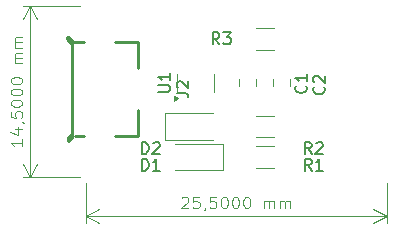
<source format=gbr>
%TF.GenerationSoftware,KiCad,Pcbnew,8.0.2*%
%TF.CreationDate,2025-07-12T13:28:42+07:00*%
%TF.ProjectId,Li-Ion Charger Controller,4c692d49-6f6e-4204-9368-617267657220,rev?*%
%TF.SameCoordinates,Original*%
%TF.FileFunction,Legend,Top*%
%TF.FilePolarity,Positive*%
%FSLAX46Y46*%
G04 Gerber Fmt 4.6, Leading zero omitted, Abs format (unit mm)*
G04 Created by KiCad (PCBNEW 8.0.2) date 2025-07-12 13:28:42*
%MOMM*%
%LPD*%
G01*
G04 APERTURE LIST*
%ADD10C,0.100000*%
%ADD11C,0.150000*%
%ADD12C,0.120000*%
%ADD13C,0.250000*%
G04 APERTURE END LIST*
D10*
X151930953Y-101552657D02*
X151978572Y-101505038D01*
X151978572Y-101505038D02*
X152073810Y-101457419D01*
X152073810Y-101457419D02*
X152311905Y-101457419D01*
X152311905Y-101457419D02*
X152407143Y-101505038D01*
X152407143Y-101505038D02*
X152454762Y-101552657D01*
X152454762Y-101552657D02*
X152502381Y-101647895D01*
X152502381Y-101647895D02*
X152502381Y-101743133D01*
X152502381Y-101743133D02*
X152454762Y-101885990D01*
X152454762Y-101885990D02*
X151883334Y-102457419D01*
X151883334Y-102457419D02*
X152502381Y-102457419D01*
X153407143Y-101457419D02*
X152930953Y-101457419D01*
X152930953Y-101457419D02*
X152883334Y-101933609D01*
X152883334Y-101933609D02*
X152930953Y-101885990D01*
X152930953Y-101885990D02*
X153026191Y-101838371D01*
X153026191Y-101838371D02*
X153264286Y-101838371D01*
X153264286Y-101838371D02*
X153359524Y-101885990D01*
X153359524Y-101885990D02*
X153407143Y-101933609D01*
X153407143Y-101933609D02*
X153454762Y-102028847D01*
X153454762Y-102028847D02*
X153454762Y-102266942D01*
X153454762Y-102266942D02*
X153407143Y-102362180D01*
X153407143Y-102362180D02*
X153359524Y-102409800D01*
X153359524Y-102409800D02*
X153264286Y-102457419D01*
X153264286Y-102457419D02*
X153026191Y-102457419D01*
X153026191Y-102457419D02*
X152930953Y-102409800D01*
X152930953Y-102409800D02*
X152883334Y-102362180D01*
X153930953Y-102409800D02*
X153930953Y-102457419D01*
X153930953Y-102457419D02*
X153883334Y-102552657D01*
X153883334Y-102552657D02*
X153835715Y-102600276D01*
X154835714Y-101457419D02*
X154359524Y-101457419D01*
X154359524Y-101457419D02*
X154311905Y-101933609D01*
X154311905Y-101933609D02*
X154359524Y-101885990D01*
X154359524Y-101885990D02*
X154454762Y-101838371D01*
X154454762Y-101838371D02*
X154692857Y-101838371D01*
X154692857Y-101838371D02*
X154788095Y-101885990D01*
X154788095Y-101885990D02*
X154835714Y-101933609D01*
X154835714Y-101933609D02*
X154883333Y-102028847D01*
X154883333Y-102028847D02*
X154883333Y-102266942D01*
X154883333Y-102266942D02*
X154835714Y-102362180D01*
X154835714Y-102362180D02*
X154788095Y-102409800D01*
X154788095Y-102409800D02*
X154692857Y-102457419D01*
X154692857Y-102457419D02*
X154454762Y-102457419D01*
X154454762Y-102457419D02*
X154359524Y-102409800D01*
X154359524Y-102409800D02*
X154311905Y-102362180D01*
X155502381Y-101457419D02*
X155597619Y-101457419D01*
X155597619Y-101457419D02*
X155692857Y-101505038D01*
X155692857Y-101505038D02*
X155740476Y-101552657D01*
X155740476Y-101552657D02*
X155788095Y-101647895D01*
X155788095Y-101647895D02*
X155835714Y-101838371D01*
X155835714Y-101838371D02*
X155835714Y-102076466D01*
X155835714Y-102076466D02*
X155788095Y-102266942D01*
X155788095Y-102266942D02*
X155740476Y-102362180D01*
X155740476Y-102362180D02*
X155692857Y-102409800D01*
X155692857Y-102409800D02*
X155597619Y-102457419D01*
X155597619Y-102457419D02*
X155502381Y-102457419D01*
X155502381Y-102457419D02*
X155407143Y-102409800D01*
X155407143Y-102409800D02*
X155359524Y-102362180D01*
X155359524Y-102362180D02*
X155311905Y-102266942D01*
X155311905Y-102266942D02*
X155264286Y-102076466D01*
X155264286Y-102076466D02*
X155264286Y-101838371D01*
X155264286Y-101838371D02*
X155311905Y-101647895D01*
X155311905Y-101647895D02*
X155359524Y-101552657D01*
X155359524Y-101552657D02*
X155407143Y-101505038D01*
X155407143Y-101505038D02*
X155502381Y-101457419D01*
X156454762Y-101457419D02*
X156550000Y-101457419D01*
X156550000Y-101457419D02*
X156645238Y-101505038D01*
X156645238Y-101505038D02*
X156692857Y-101552657D01*
X156692857Y-101552657D02*
X156740476Y-101647895D01*
X156740476Y-101647895D02*
X156788095Y-101838371D01*
X156788095Y-101838371D02*
X156788095Y-102076466D01*
X156788095Y-102076466D02*
X156740476Y-102266942D01*
X156740476Y-102266942D02*
X156692857Y-102362180D01*
X156692857Y-102362180D02*
X156645238Y-102409800D01*
X156645238Y-102409800D02*
X156550000Y-102457419D01*
X156550000Y-102457419D02*
X156454762Y-102457419D01*
X156454762Y-102457419D02*
X156359524Y-102409800D01*
X156359524Y-102409800D02*
X156311905Y-102362180D01*
X156311905Y-102362180D02*
X156264286Y-102266942D01*
X156264286Y-102266942D02*
X156216667Y-102076466D01*
X156216667Y-102076466D02*
X156216667Y-101838371D01*
X156216667Y-101838371D02*
X156264286Y-101647895D01*
X156264286Y-101647895D02*
X156311905Y-101552657D01*
X156311905Y-101552657D02*
X156359524Y-101505038D01*
X156359524Y-101505038D02*
X156454762Y-101457419D01*
X157407143Y-101457419D02*
X157502381Y-101457419D01*
X157502381Y-101457419D02*
X157597619Y-101505038D01*
X157597619Y-101505038D02*
X157645238Y-101552657D01*
X157645238Y-101552657D02*
X157692857Y-101647895D01*
X157692857Y-101647895D02*
X157740476Y-101838371D01*
X157740476Y-101838371D02*
X157740476Y-102076466D01*
X157740476Y-102076466D02*
X157692857Y-102266942D01*
X157692857Y-102266942D02*
X157645238Y-102362180D01*
X157645238Y-102362180D02*
X157597619Y-102409800D01*
X157597619Y-102409800D02*
X157502381Y-102457419D01*
X157502381Y-102457419D02*
X157407143Y-102457419D01*
X157407143Y-102457419D02*
X157311905Y-102409800D01*
X157311905Y-102409800D02*
X157264286Y-102362180D01*
X157264286Y-102362180D02*
X157216667Y-102266942D01*
X157216667Y-102266942D02*
X157169048Y-102076466D01*
X157169048Y-102076466D02*
X157169048Y-101838371D01*
X157169048Y-101838371D02*
X157216667Y-101647895D01*
X157216667Y-101647895D02*
X157264286Y-101552657D01*
X157264286Y-101552657D02*
X157311905Y-101505038D01*
X157311905Y-101505038D02*
X157407143Y-101457419D01*
X158930953Y-102457419D02*
X158930953Y-101790752D01*
X158930953Y-101885990D02*
X158978572Y-101838371D01*
X158978572Y-101838371D02*
X159073810Y-101790752D01*
X159073810Y-101790752D02*
X159216667Y-101790752D01*
X159216667Y-101790752D02*
X159311905Y-101838371D01*
X159311905Y-101838371D02*
X159359524Y-101933609D01*
X159359524Y-101933609D02*
X159359524Y-102457419D01*
X159359524Y-101933609D02*
X159407143Y-101838371D01*
X159407143Y-101838371D02*
X159502381Y-101790752D01*
X159502381Y-101790752D02*
X159645238Y-101790752D01*
X159645238Y-101790752D02*
X159740477Y-101838371D01*
X159740477Y-101838371D02*
X159788096Y-101933609D01*
X159788096Y-101933609D02*
X159788096Y-102457419D01*
X160264286Y-102457419D02*
X160264286Y-101790752D01*
X160264286Y-101885990D02*
X160311905Y-101838371D01*
X160311905Y-101838371D02*
X160407143Y-101790752D01*
X160407143Y-101790752D02*
X160550000Y-101790752D01*
X160550000Y-101790752D02*
X160645238Y-101838371D01*
X160645238Y-101838371D02*
X160692857Y-101933609D01*
X160692857Y-101933609D02*
X160692857Y-102457419D01*
X160692857Y-101933609D02*
X160740476Y-101838371D01*
X160740476Y-101838371D02*
X160835714Y-101790752D01*
X160835714Y-101790752D02*
X160978571Y-101790752D01*
X160978571Y-101790752D02*
X161073810Y-101838371D01*
X161073810Y-101838371D02*
X161121429Y-101933609D01*
X161121429Y-101933609D02*
X161121429Y-102457419D01*
X169300000Y-100300000D02*
X169300000Y-103686420D01*
X143800000Y-100300000D02*
X143800000Y-103686420D01*
X169300000Y-103100000D02*
X143800000Y-103100000D01*
X169300000Y-103100000D02*
X143800000Y-103100000D01*
X169300000Y-103100000D02*
X168173496Y-103686421D01*
X169300000Y-103100000D02*
X168173496Y-102513579D01*
X143800000Y-103100000D02*
X144926504Y-102513579D01*
X143800000Y-103100000D02*
X144926504Y-103686421D01*
X138457419Y-96597618D02*
X138457419Y-97169046D01*
X138457419Y-96883332D02*
X137457419Y-96883332D01*
X137457419Y-96883332D02*
X137600276Y-96978570D01*
X137600276Y-96978570D02*
X137695514Y-97073808D01*
X137695514Y-97073808D02*
X137743133Y-97169046D01*
X137790752Y-95740475D02*
X138457419Y-95740475D01*
X137409800Y-95978570D02*
X138124085Y-96216665D01*
X138124085Y-96216665D02*
X138124085Y-95597618D01*
X138409800Y-95169046D02*
X138457419Y-95169046D01*
X138457419Y-95169046D02*
X138552657Y-95216665D01*
X138552657Y-95216665D02*
X138600276Y-95264284D01*
X137457419Y-94264285D02*
X137457419Y-94740475D01*
X137457419Y-94740475D02*
X137933609Y-94788094D01*
X137933609Y-94788094D02*
X137885990Y-94740475D01*
X137885990Y-94740475D02*
X137838371Y-94645237D01*
X137838371Y-94645237D02*
X137838371Y-94407142D01*
X137838371Y-94407142D02*
X137885990Y-94311904D01*
X137885990Y-94311904D02*
X137933609Y-94264285D01*
X137933609Y-94264285D02*
X138028847Y-94216666D01*
X138028847Y-94216666D02*
X138266942Y-94216666D01*
X138266942Y-94216666D02*
X138362180Y-94264285D01*
X138362180Y-94264285D02*
X138409800Y-94311904D01*
X138409800Y-94311904D02*
X138457419Y-94407142D01*
X138457419Y-94407142D02*
X138457419Y-94645237D01*
X138457419Y-94645237D02*
X138409800Y-94740475D01*
X138409800Y-94740475D02*
X138362180Y-94788094D01*
X137457419Y-93597618D02*
X137457419Y-93502380D01*
X137457419Y-93502380D02*
X137505038Y-93407142D01*
X137505038Y-93407142D02*
X137552657Y-93359523D01*
X137552657Y-93359523D02*
X137647895Y-93311904D01*
X137647895Y-93311904D02*
X137838371Y-93264285D01*
X137838371Y-93264285D02*
X138076466Y-93264285D01*
X138076466Y-93264285D02*
X138266942Y-93311904D01*
X138266942Y-93311904D02*
X138362180Y-93359523D01*
X138362180Y-93359523D02*
X138409800Y-93407142D01*
X138409800Y-93407142D02*
X138457419Y-93502380D01*
X138457419Y-93502380D02*
X138457419Y-93597618D01*
X138457419Y-93597618D02*
X138409800Y-93692856D01*
X138409800Y-93692856D02*
X138362180Y-93740475D01*
X138362180Y-93740475D02*
X138266942Y-93788094D01*
X138266942Y-93788094D02*
X138076466Y-93835713D01*
X138076466Y-93835713D02*
X137838371Y-93835713D01*
X137838371Y-93835713D02*
X137647895Y-93788094D01*
X137647895Y-93788094D02*
X137552657Y-93740475D01*
X137552657Y-93740475D02*
X137505038Y-93692856D01*
X137505038Y-93692856D02*
X137457419Y-93597618D01*
X137457419Y-92645237D02*
X137457419Y-92549999D01*
X137457419Y-92549999D02*
X137505038Y-92454761D01*
X137505038Y-92454761D02*
X137552657Y-92407142D01*
X137552657Y-92407142D02*
X137647895Y-92359523D01*
X137647895Y-92359523D02*
X137838371Y-92311904D01*
X137838371Y-92311904D02*
X138076466Y-92311904D01*
X138076466Y-92311904D02*
X138266942Y-92359523D01*
X138266942Y-92359523D02*
X138362180Y-92407142D01*
X138362180Y-92407142D02*
X138409800Y-92454761D01*
X138409800Y-92454761D02*
X138457419Y-92549999D01*
X138457419Y-92549999D02*
X138457419Y-92645237D01*
X138457419Y-92645237D02*
X138409800Y-92740475D01*
X138409800Y-92740475D02*
X138362180Y-92788094D01*
X138362180Y-92788094D02*
X138266942Y-92835713D01*
X138266942Y-92835713D02*
X138076466Y-92883332D01*
X138076466Y-92883332D02*
X137838371Y-92883332D01*
X137838371Y-92883332D02*
X137647895Y-92835713D01*
X137647895Y-92835713D02*
X137552657Y-92788094D01*
X137552657Y-92788094D02*
X137505038Y-92740475D01*
X137505038Y-92740475D02*
X137457419Y-92645237D01*
X137457419Y-91692856D02*
X137457419Y-91597618D01*
X137457419Y-91597618D02*
X137505038Y-91502380D01*
X137505038Y-91502380D02*
X137552657Y-91454761D01*
X137552657Y-91454761D02*
X137647895Y-91407142D01*
X137647895Y-91407142D02*
X137838371Y-91359523D01*
X137838371Y-91359523D02*
X138076466Y-91359523D01*
X138076466Y-91359523D02*
X138266942Y-91407142D01*
X138266942Y-91407142D02*
X138362180Y-91454761D01*
X138362180Y-91454761D02*
X138409800Y-91502380D01*
X138409800Y-91502380D02*
X138457419Y-91597618D01*
X138457419Y-91597618D02*
X138457419Y-91692856D01*
X138457419Y-91692856D02*
X138409800Y-91788094D01*
X138409800Y-91788094D02*
X138362180Y-91835713D01*
X138362180Y-91835713D02*
X138266942Y-91883332D01*
X138266942Y-91883332D02*
X138076466Y-91930951D01*
X138076466Y-91930951D02*
X137838371Y-91930951D01*
X137838371Y-91930951D02*
X137647895Y-91883332D01*
X137647895Y-91883332D02*
X137552657Y-91835713D01*
X137552657Y-91835713D02*
X137505038Y-91788094D01*
X137505038Y-91788094D02*
X137457419Y-91692856D01*
X138457419Y-90169046D02*
X137790752Y-90169046D01*
X137885990Y-90169046D02*
X137838371Y-90121427D01*
X137838371Y-90121427D02*
X137790752Y-90026189D01*
X137790752Y-90026189D02*
X137790752Y-89883332D01*
X137790752Y-89883332D02*
X137838371Y-89788094D01*
X137838371Y-89788094D02*
X137933609Y-89740475D01*
X137933609Y-89740475D02*
X138457419Y-89740475D01*
X137933609Y-89740475D02*
X137838371Y-89692856D01*
X137838371Y-89692856D02*
X137790752Y-89597618D01*
X137790752Y-89597618D02*
X137790752Y-89454761D01*
X137790752Y-89454761D02*
X137838371Y-89359522D01*
X137838371Y-89359522D02*
X137933609Y-89311903D01*
X137933609Y-89311903D02*
X138457419Y-89311903D01*
X138457419Y-88835713D02*
X137790752Y-88835713D01*
X137885990Y-88835713D02*
X137838371Y-88788094D01*
X137838371Y-88788094D02*
X137790752Y-88692856D01*
X137790752Y-88692856D02*
X137790752Y-88549999D01*
X137790752Y-88549999D02*
X137838371Y-88454761D01*
X137838371Y-88454761D02*
X137933609Y-88407142D01*
X137933609Y-88407142D02*
X138457419Y-88407142D01*
X137933609Y-88407142D02*
X137838371Y-88359523D01*
X137838371Y-88359523D02*
X137790752Y-88264285D01*
X137790752Y-88264285D02*
X137790752Y-88121428D01*
X137790752Y-88121428D02*
X137838371Y-88026189D01*
X137838371Y-88026189D02*
X137933609Y-87978570D01*
X137933609Y-87978570D02*
X138457419Y-87978570D01*
X143300000Y-85300000D02*
X138513580Y-85300000D01*
X143300000Y-99800000D02*
X138513580Y-99800000D01*
X139100000Y-85300000D02*
X139100000Y-99800000D01*
X139100000Y-85300000D02*
X139100000Y-99800000D01*
X139100000Y-85300000D02*
X139686421Y-86426504D01*
X139100000Y-85300000D02*
X138513579Y-86426504D01*
X139100000Y-99800000D02*
X138513579Y-98673496D01*
X139100000Y-99800000D02*
X139686421Y-98673496D01*
D11*
X162459580Y-92066666D02*
X162507200Y-92114285D01*
X162507200Y-92114285D02*
X162554819Y-92257142D01*
X162554819Y-92257142D02*
X162554819Y-92352380D01*
X162554819Y-92352380D02*
X162507200Y-92495237D01*
X162507200Y-92495237D02*
X162411961Y-92590475D01*
X162411961Y-92590475D02*
X162316723Y-92638094D01*
X162316723Y-92638094D02*
X162126247Y-92685713D01*
X162126247Y-92685713D02*
X161983390Y-92685713D01*
X161983390Y-92685713D02*
X161792914Y-92638094D01*
X161792914Y-92638094D02*
X161697676Y-92590475D01*
X161697676Y-92590475D02*
X161602438Y-92495237D01*
X161602438Y-92495237D02*
X161554819Y-92352380D01*
X161554819Y-92352380D02*
X161554819Y-92257142D01*
X161554819Y-92257142D02*
X161602438Y-92114285D01*
X161602438Y-92114285D02*
X161650057Y-92066666D01*
X162554819Y-91114285D02*
X162554819Y-91685713D01*
X162554819Y-91399999D02*
X161554819Y-91399999D01*
X161554819Y-91399999D02*
X161697676Y-91495237D01*
X161697676Y-91495237D02*
X161792914Y-91590475D01*
X161792914Y-91590475D02*
X161840533Y-91685713D01*
X149954819Y-92599404D02*
X150764342Y-92599404D01*
X150764342Y-92599404D02*
X150859580Y-92551785D01*
X150859580Y-92551785D02*
X150907200Y-92504166D01*
X150907200Y-92504166D02*
X150954819Y-92408928D01*
X150954819Y-92408928D02*
X150954819Y-92218452D01*
X150954819Y-92218452D02*
X150907200Y-92123214D01*
X150907200Y-92123214D02*
X150859580Y-92075595D01*
X150859580Y-92075595D02*
X150764342Y-92027976D01*
X150764342Y-92027976D02*
X149954819Y-92027976D01*
X150954819Y-91027976D02*
X150954819Y-91599404D01*
X150954819Y-91313690D02*
X149954819Y-91313690D01*
X149954819Y-91313690D02*
X150097676Y-91408928D01*
X150097676Y-91408928D02*
X150192914Y-91504166D01*
X150192914Y-91504166D02*
X150240533Y-91599404D01*
X148561905Y-99254819D02*
X148561905Y-98254819D01*
X148561905Y-98254819D02*
X148800000Y-98254819D01*
X148800000Y-98254819D02*
X148942857Y-98302438D01*
X148942857Y-98302438D02*
X149038095Y-98397676D01*
X149038095Y-98397676D02*
X149085714Y-98492914D01*
X149085714Y-98492914D02*
X149133333Y-98683390D01*
X149133333Y-98683390D02*
X149133333Y-98826247D01*
X149133333Y-98826247D02*
X149085714Y-99016723D01*
X149085714Y-99016723D02*
X149038095Y-99111961D01*
X149038095Y-99111961D02*
X148942857Y-99207200D01*
X148942857Y-99207200D02*
X148800000Y-99254819D01*
X148800000Y-99254819D02*
X148561905Y-99254819D01*
X150085714Y-99254819D02*
X149514286Y-99254819D01*
X149800000Y-99254819D02*
X149800000Y-98254819D01*
X149800000Y-98254819D02*
X149704762Y-98397676D01*
X149704762Y-98397676D02*
X149609524Y-98492914D01*
X149609524Y-98492914D02*
X149514286Y-98540533D01*
X162933333Y-99254819D02*
X162600000Y-98778628D01*
X162361905Y-99254819D02*
X162361905Y-98254819D01*
X162361905Y-98254819D02*
X162742857Y-98254819D01*
X162742857Y-98254819D02*
X162838095Y-98302438D01*
X162838095Y-98302438D02*
X162885714Y-98350057D01*
X162885714Y-98350057D02*
X162933333Y-98445295D01*
X162933333Y-98445295D02*
X162933333Y-98588152D01*
X162933333Y-98588152D02*
X162885714Y-98683390D01*
X162885714Y-98683390D02*
X162838095Y-98731009D01*
X162838095Y-98731009D02*
X162742857Y-98778628D01*
X162742857Y-98778628D02*
X162361905Y-98778628D01*
X163885714Y-99254819D02*
X163314286Y-99254819D01*
X163600000Y-99254819D02*
X163600000Y-98254819D01*
X163600000Y-98254819D02*
X163504762Y-98397676D01*
X163504762Y-98397676D02*
X163409524Y-98492914D01*
X163409524Y-98492914D02*
X163314286Y-98540533D01*
X163959580Y-92166666D02*
X164007200Y-92214285D01*
X164007200Y-92214285D02*
X164054819Y-92357142D01*
X164054819Y-92357142D02*
X164054819Y-92452380D01*
X164054819Y-92452380D02*
X164007200Y-92595237D01*
X164007200Y-92595237D02*
X163911961Y-92690475D01*
X163911961Y-92690475D02*
X163816723Y-92738094D01*
X163816723Y-92738094D02*
X163626247Y-92785713D01*
X163626247Y-92785713D02*
X163483390Y-92785713D01*
X163483390Y-92785713D02*
X163292914Y-92738094D01*
X163292914Y-92738094D02*
X163197676Y-92690475D01*
X163197676Y-92690475D02*
X163102438Y-92595237D01*
X163102438Y-92595237D02*
X163054819Y-92452380D01*
X163054819Y-92452380D02*
X163054819Y-92357142D01*
X163054819Y-92357142D02*
X163102438Y-92214285D01*
X163102438Y-92214285D02*
X163150057Y-92166666D01*
X163150057Y-91785713D02*
X163102438Y-91738094D01*
X163102438Y-91738094D02*
X163054819Y-91642856D01*
X163054819Y-91642856D02*
X163054819Y-91404761D01*
X163054819Y-91404761D02*
X163102438Y-91309523D01*
X163102438Y-91309523D02*
X163150057Y-91261904D01*
X163150057Y-91261904D02*
X163245295Y-91214285D01*
X163245295Y-91214285D02*
X163340533Y-91214285D01*
X163340533Y-91214285D02*
X163483390Y-91261904D01*
X163483390Y-91261904D02*
X164054819Y-91833332D01*
X164054819Y-91833332D02*
X164054819Y-91214285D01*
X155133333Y-88554819D02*
X154800000Y-88078628D01*
X154561905Y-88554819D02*
X154561905Y-87554819D01*
X154561905Y-87554819D02*
X154942857Y-87554819D01*
X154942857Y-87554819D02*
X155038095Y-87602438D01*
X155038095Y-87602438D02*
X155085714Y-87650057D01*
X155085714Y-87650057D02*
X155133333Y-87745295D01*
X155133333Y-87745295D02*
X155133333Y-87888152D01*
X155133333Y-87888152D02*
X155085714Y-87983390D01*
X155085714Y-87983390D02*
X155038095Y-88031009D01*
X155038095Y-88031009D02*
X154942857Y-88078628D01*
X154942857Y-88078628D02*
X154561905Y-88078628D01*
X155466667Y-87554819D02*
X156085714Y-87554819D01*
X156085714Y-87554819D02*
X155752381Y-87935771D01*
X155752381Y-87935771D02*
X155895238Y-87935771D01*
X155895238Y-87935771D02*
X155990476Y-87983390D01*
X155990476Y-87983390D02*
X156038095Y-88031009D01*
X156038095Y-88031009D02*
X156085714Y-88126247D01*
X156085714Y-88126247D02*
X156085714Y-88364342D01*
X156085714Y-88364342D02*
X156038095Y-88459580D01*
X156038095Y-88459580D02*
X155990476Y-88507200D01*
X155990476Y-88507200D02*
X155895238Y-88554819D01*
X155895238Y-88554819D02*
X155609524Y-88554819D01*
X155609524Y-88554819D02*
X155514286Y-88507200D01*
X155514286Y-88507200D02*
X155466667Y-88459580D01*
X148561905Y-97854819D02*
X148561905Y-96854819D01*
X148561905Y-96854819D02*
X148800000Y-96854819D01*
X148800000Y-96854819D02*
X148942857Y-96902438D01*
X148942857Y-96902438D02*
X149038095Y-96997676D01*
X149038095Y-96997676D02*
X149085714Y-97092914D01*
X149085714Y-97092914D02*
X149133333Y-97283390D01*
X149133333Y-97283390D02*
X149133333Y-97426247D01*
X149133333Y-97426247D02*
X149085714Y-97616723D01*
X149085714Y-97616723D02*
X149038095Y-97711961D01*
X149038095Y-97711961D02*
X148942857Y-97807200D01*
X148942857Y-97807200D02*
X148800000Y-97854819D01*
X148800000Y-97854819D02*
X148561905Y-97854819D01*
X149514286Y-96950057D02*
X149561905Y-96902438D01*
X149561905Y-96902438D02*
X149657143Y-96854819D01*
X149657143Y-96854819D02*
X149895238Y-96854819D01*
X149895238Y-96854819D02*
X149990476Y-96902438D01*
X149990476Y-96902438D02*
X150038095Y-96950057D01*
X150038095Y-96950057D02*
X150085714Y-97045295D01*
X150085714Y-97045295D02*
X150085714Y-97140533D01*
X150085714Y-97140533D02*
X150038095Y-97283390D01*
X150038095Y-97283390D02*
X149466667Y-97854819D01*
X149466667Y-97854819D02*
X150085714Y-97854819D01*
X162933333Y-97854819D02*
X162600000Y-97378628D01*
X162361905Y-97854819D02*
X162361905Y-96854819D01*
X162361905Y-96854819D02*
X162742857Y-96854819D01*
X162742857Y-96854819D02*
X162838095Y-96902438D01*
X162838095Y-96902438D02*
X162885714Y-96950057D01*
X162885714Y-96950057D02*
X162933333Y-97045295D01*
X162933333Y-97045295D02*
X162933333Y-97188152D01*
X162933333Y-97188152D02*
X162885714Y-97283390D01*
X162885714Y-97283390D02*
X162838095Y-97331009D01*
X162838095Y-97331009D02*
X162742857Y-97378628D01*
X162742857Y-97378628D02*
X162361905Y-97378628D01*
X163314286Y-96950057D02*
X163361905Y-96902438D01*
X163361905Y-96902438D02*
X163457143Y-96854819D01*
X163457143Y-96854819D02*
X163695238Y-96854819D01*
X163695238Y-96854819D02*
X163790476Y-96902438D01*
X163790476Y-96902438D02*
X163838095Y-96950057D01*
X163838095Y-96950057D02*
X163885714Y-97045295D01*
X163885714Y-97045295D02*
X163885714Y-97140533D01*
X163885714Y-97140533D02*
X163838095Y-97283390D01*
X163838095Y-97283390D02*
X163266667Y-97854819D01*
X163266667Y-97854819D02*
X163885714Y-97854819D01*
X151512319Y-92683333D02*
X152226604Y-92683333D01*
X152226604Y-92683333D02*
X152369461Y-92730952D01*
X152369461Y-92730952D02*
X152464700Y-92826190D01*
X152464700Y-92826190D02*
X152512319Y-92969047D01*
X152512319Y-92969047D02*
X152512319Y-93064285D01*
X151607557Y-92254761D02*
X151559938Y-92207142D01*
X151559938Y-92207142D02*
X151512319Y-92111904D01*
X151512319Y-92111904D02*
X151512319Y-91873809D01*
X151512319Y-91873809D02*
X151559938Y-91778571D01*
X151559938Y-91778571D02*
X151607557Y-91730952D01*
X151607557Y-91730952D02*
X151702795Y-91683333D01*
X151702795Y-91683333D02*
X151798033Y-91683333D01*
X151798033Y-91683333D02*
X151940890Y-91730952D01*
X151940890Y-91730952D02*
X152512319Y-92302380D01*
X152512319Y-92302380D02*
X152512319Y-91683333D01*
D12*
%TO.C,C1*%
X156765000Y-91538748D02*
X156765000Y-92061252D01*
X158235000Y-91538748D02*
X158235000Y-92061252D01*
%TO.C,U1*%
X151540000Y-91837500D02*
X151540000Y-91037500D01*
X151540000Y-91837500D02*
X151540000Y-92637500D01*
X154660000Y-91837500D02*
X154660000Y-91037500D01*
X154660000Y-91837500D02*
X154660000Y-92637500D01*
X151590000Y-93137500D02*
X151260000Y-93377500D01*
X151260000Y-92897500D01*
X151590000Y-93137500D01*
G36*
X151590000Y-93137500D02*
G01*
X151260000Y-93377500D01*
X151260000Y-92897500D01*
X151590000Y-93137500D01*
G37*
%TO.C,D1*%
X151400000Y-99235000D02*
X155460000Y-99235000D01*
X155460000Y-96965000D02*
X151400000Y-96965000D01*
X155460000Y-99235000D02*
X155460000Y-96965000D01*
%TO.C,R1*%
X158272936Y-97200000D02*
X159727064Y-97200000D01*
X158272936Y-99020000D02*
X159727064Y-99020000D01*
%TO.C,C2*%
X159665000Y-92061252D02*
X159665000Y-91538748D01*
X161135000Y-92061252D02*
X161135000Y-91538748D01*
%TO.C,R3*%
X158272936Y-87190000D02*
X159727064Y-87190000D01*
X158272936Y-89010000D02*
X159727064Y-89010000D01*
%TO.C,D2*%
X150540000Y-94365000D02*
X150540000Y-96635000D01*
X150540000Y-96635000D02*
X154600000Y-96635000D01*
X154600000Y-94365000D02*
X150540000Y-94365000D01*
%TO.C,R2*%
X158272936Y-94590000D02*
X159727064Y-94590000D01*
X158272936Y-96410000D02*
X159727064Y-96410000D01*
D13*
%TO.C,J2*%
X142267500Y-87980000D02*
X142327500Y-87980000D01*
X142267500Y-88140000D02*
X142267500Y-87980000D01*
X142327500Y-87980000D02*
X142747500Y-88340000D01*
X142327500Y-96430000D02*
X142657500Y-96120000D01*
X142327500Y-96720000D02*
X142327500Y-96430000D01*
X142657500Y-88500000D02*
X142267500Y-88140000D01*
X142657500Y-96120000D02*
X142657500Y-88500000D01*
X142747500Y-96340000D02*
X142327500Y-96720000D01*
X143707500Y-88350000D02*
X142747500Y-88350000D01*
X143707500Y-96350000D02*
X142887500Y-96350000D01*
X148257500Y-88350000D02*
X146277500Y-88350000D01*
X148257500Y-90590000D02*
X148257500Y-88350000D01*
X148257500Y-96350000D02*
X146277500Y-96350000D01*
X148257500Y-96350000D02*
X148257500Y-94100000D01*
%TD*%
M02*

</source>
